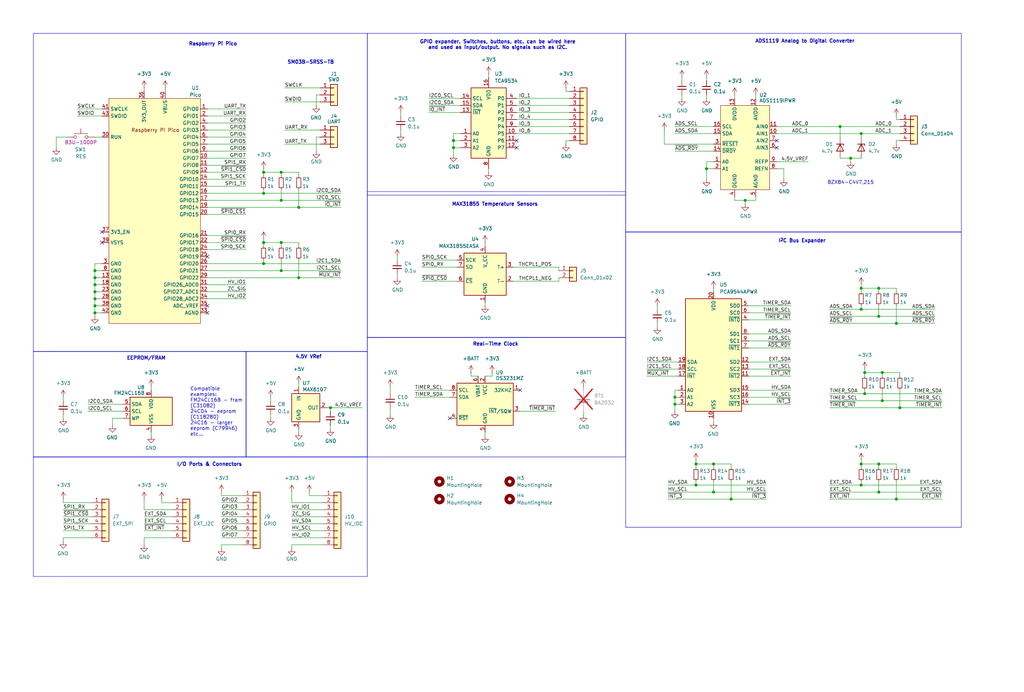
<source format=kicad_sch>
(kicad_sch (version 20231120) (generator "eeschema") (generator_version "8.0")
  (paper "User" 370 250)
  (title_block (title "Axis Control PCB") (date "2024-09-07") (rev "1") (comment 1 "Author: Meigs2"))
  (junction (at 101.6 87.63))
  (junction (at 323.85 180.34))
  (junction (at 312.42 134.62))
  (junction (at 269.24 72.39))
  (junction (at 317.5 114.3))
  (junction (at 311.15 175.26))
  (junction (at 317.5 167.64))
  (junction (at 163.83 50.8))
  (junction (at 95.25 69.85))
  (junction (at 34.29 110.49))
  (junction (at 303.53 45.72))
  (junction (at 317.5 177.8))
  (junction (at 107.95 74.93))
  (junction (at 251.46 167.64))
  (junction (at 95.25 87.63))
  (junction (at 34.29 97.79))
  (junction (at 318.77 144.78))
  (junction (at 101.6 62.23))
  (junction (at 311.15 167.64))
  (junction (at 243.84 146.05))
  (junction (at 312.42 142.24))
  (junction (at 325.12 147.32))
  (junction (at 251.46 175.26))
  (junction (at 323.85 116.84))
  (junction (at 34.29 107.95))
  (junction (at 307.34 57.15))
  (junction (at 107.95 100.33))
  (junction (at 317.5 104.14))
  (junction (at 311.15 48.26))
  (junction (at 311.15 104.14))
  (junction (at 264.16 180.34))
  (junction (at 119.38 147.32))
  (junction (at 318.77 134.62))
  (junction (at 34.29 105.41))
  (junction (at 255.27 60.96))
  (junction (at 34.29 100.33))
  (junction (at 257.81 177.8))
  (junction (at 257.81 167.64))
  (junction (at 101.6 72.39))
  (junction (at 311.15 111.76))
  (junction (at 95.25 95.25))
  (junction (at 243.84 143.51))
  (junction (at 34.29 113.03))
  (junction (at 34.29 102.87))
  (junction (at 95.25 62.23))
  (junction (at 163.83 53.34))
  (junction (at 101.6 97.79))
  (no_connect (at 74.93 92.71))
  (no_connect (at 280.67 53.34))
  (no_connect (at 36.83 83.82))
  (no_connect (at 280.67 50.8))
  (no_connect (at 186.69 53.34))
  (no_connect (at 74.93 113.03))
  (no_connect (at 36.83 87.63))
  (no_connect (at 162.56 151.13))
  (no_connect (at 186.69 50.8))
  (no_connect (at 187.96 140.97))
  (no_connect (at 74.93 110.49))
  (wire (pts (xy 34.29 49.53) (xy 36.83 49.53)))
  (wire (pts (xy 177.8 135.89) (xy 175.26 135.89)))
  (wire (pts (xy 285.75 120.65) (xy 270.51 120.65)))
  (wire (pts (xy 163.83 48.26) (xy 163.83 50.8)))
  (wire (pts (xy 245.11 143.51) (xy 243.84 143.51)))
  (wire (pts (xy 152.4 93.98) (xy 165.1 93.98)))
  (wire (pts (xy 311.15 168.91) (xy 311.15 167.64)))
  (wire (pts (xy 52.07 186.69) (xy 62.23 186.69)))
  (wire (pts (xy 152.4 101.6) (xy 165.1 101.6)))
  (wire (pts (xy 255.27 60.96) (xy 255.27 64.77)))
  (wire (pts (xy 241.3 177.8) (xy 257.81 177.8)))
  (wire (pts (xy 74.93 54.61) (xy 88.9 54.61)))
  (wire (pts (xy 204.47 50.8) (xy 205.74 50.8)))
  (wire (pts (xy 87.63 189.23) (xy 80.01 189.23)))
  (wire (pts (xy 52.07 189.23) (xy 62.23 189.23)))
  (wire (pts (xy 114.3 34.29) (xy 115.57 34.29)))
  (wire (pts (xy 245.11 146.05) (xy 243.84 146.05)))
  (wire (pts (xy 318.77 134.62) (xy 318.77 135.89)))
  (wire (pts (xy 119.38 153.67) (xy 119.38 154.94)))
  (wire (pts (xy 105.41 184.15) (xy 116.84 184.15)))
  (wire (pts (xy 119.38 147.32) (xy 119.38 148.59)))
  (wire (pts (xy 105.41 194.31) (xy 116.84 194.31)))
  (wire (pts (xy 22.86 194.31) (xy 22.86 195.58)))
  (wire (pts (xy 299.72 144.78) (xy 318.77 144.78)))
  (wire (pts (xy 74.93 59.69) (xy 88.9 59.69)))
  (wire (pts (xy 241.3 175.26) (xy 251.46 175.26)))
  (wire (pts (xy 54.61 139.7) (xy 54.61 140.97)))
  (wire (pts (xy 74.93 62.23) (xy 88.9 62.23)))
  (wire (pts (xy 323.85 116.84) (xy 323.85 110.49)))
  (wire (pts (xy 74.93 52.07) (xy 88.9 52.07)))
  (wire (pts (xy 80.01 196.85) (xy 80.01 198.12)))
  (wire (pts (xy 175.26 87.63) (xy 175.26 88.9)))
  (wire (pts (xy 299.72 142.24) (xy 312.42 142.24)))
  (wire (pts (xy 114.3 38.1) (xy 114.3 34.29)))
  (wire (pts (xy 105.41 191.77) (xy 116.84 191.77)))
  (wire (pts (xy 270.51 125.73) (xy 285.75 125.73)))
  (wire (pts (xy 323.85 168.91) (xy 323.85 167.64)))
  (wire (pts (xy 166.37 48.26) (xy 163.83 48.26)))
  (wire (pts (xy 257.81 177.8) (xy 276.86 177.8)))
  (wire (pts (xy 95.25 69.85) (xy 95.25 68.58)))
  (wire (pts (xy 95.25 69.85) (xy 123.19 69.85)))
  (wire (pts (xy 107.95 74.93) (xy 107.95 68.58)))
  (wire (pts (xy 87.63 181.61) (xy 80.01 181.61)))
  (wire (pts (xy 270.51 130.81) (xy 285.75 130.81)))
  (wire (pts (xy 34.29 107.95) (xy 34.29 110.49)))
  (wire (pts (xy 74.93 95.25) (xy 95.25 95.25)))
  (wire (pts (xy 312.42 142.24) (xy 312.42 140.97)))
  (wire (pts (xy 311.15 105.41) (xy 311.15 104.14)))
  (wire (pts (xy 27.94 39.37) (xy 36.83 39.37)))
  (wire (pts (xy 74.93 41.91) (xy 88.9 41.91)))
  (wire (pts (xy 245.11 140.97) (xy 243.84 140.97)))
  (wire (pts (xy 95.25 86.36) (xy 95.25 87.63)))
  (wire (pts (xy 80.01 177.8) (xy 80.01 179.07)))
  (wire (pts (xy 154.94 40.64) (xy 166.37 40.64)))
  (wire (pts (xy 299.72 147.32) (xy 325.12 147.32)))
  (wire (pts (xy 34.29 100.33) (xy 36.83 100.33)))
  (wire (pts (xy 246.38 34.29) (xy 246.38 35.56)))
  (wire (pts (xy 176.53 60.96) (xy 176.53 62.23)))
  (wire (pts (xy 74.93 67.31) (xy 88.9 67.31)))
  (wire (pts (xy 186.69 35.56) (xy 205.74 35.56)))
  (wire (pts (xy 251.46 167.64) (xy 257.81 167.64)))
  (wire (pts (xy 265.43 72.39) (xy 269.24 72.39)))
  (wire (pts (xy 170.18 135.89) (xy 172.72 135.89)))
  (wire (pts (xy 311.15 48.26) (xy 325.12 48.26)))
  (wire (pts (xy 311.15 175.26) (xy 311.15 173.99)))
  (wire (pts (xy 74.93 49.53) (xy 88.9 49.53)))
  (wire (pts (xy 204.47 33.02) (xy 205.74 33.02)))
  (wire (pts (xy 107.95 100.33) (xy 107.95 93.98)))
  (wire (pts (xy 149.86 143.51) (xy 162.56 143.51)))
  (wire (pts (xy 74.93 57.15) (xy 88.9 57.15)))
  (wire (pts (xy 318.77 144.78) (xy 318.77 140.97)))
  (wire (pts (xy 243.84 140.97) (xy 243.84 143.51)))
  (wire (pts (xy 251.46 166.37) (xy 251.46 167.64)))
  (wire (pts (xy 177.8 134.62) (xy 177.8 135.89)))
  (wire (pts (xy 237.49 116.84) (xy 237.49 118.11)))
  (wire (pts (xy 264.16 173.99) (xy 264.16 180.34)))
  (wire (pts (xy 102.87 31.75) (xy 115.57 31.75)))
  (wire (pts (xy 318.77 134.62) (xy 325.12 134.62)))
  (wire (pts (xy 204.47 52.07) (xy 204.47 50.8)))
  (wire (pts (xy 101.6 97.79) (xy 101.6 93.98)))
  (wire (pts (xy 95.25 88.9) (xy 95.25 87.63)))
  (wire (pts (xy 74.93 72.39) (xy 101.6 72.39)))
  (wire (pts (xy 74.93 44.45) (xy 88.9 44.45)))
  (wire (pts (xy 107.95 88.9) (xy 107.95 87.63)))
  (wire (pts (xy 299.72 116.84) (xy 323.85 116.84)))
  (wire (pts (xy 255.27 34.29) (xy 255.27 35.56)))
  (wire (pts (xy 303.53 45.72) (xy 325.12 45.72)))
  (wire (pts (xy 311.15 167.64) (xy 317.5 167.64)))
  (wire (pts (xy 144.78 46.99) (xy 144.78 48.26)))
  (wire (pts (xy 101.6 87.63) (xy 107.95 87.63)))
  (wire (pts (xy 187.96 148.59) (xy 200.66 148.59)))
  (wire (pts (xy 186.69 38.1) (xy 205.74 38.1)))
  (wire (pts (xy 264.16 180.34) (xy 276.86 180.34)))
  (wire (pts (xy 299.72 180.34) (xy 323.85 180.34)))
  (wire (pts (xy 34.29 102.87) (xy 36.83 102.87)))
  (wire (pts (xy 269.24 73.66) (xy 269.24 72.39)))
  (wire (pts (xy 87.63 191.77) (xy 80.01 191.77)))
  (wire (pts (xy 74.93 107.95) (xy 88.9 107.95)))
  (wire (pts (xy 251.46 168.91) (xy 251.46 167.64)))
  (wire (pts (xy 243.84 45.72) (xy 257.81 45.72)))
  (wire (pts (xy 36.83 113.03) (xy 34.29 113.03)))
  (wire (pts (xy 273.05 72.39) (xy 269.24 72.39)))
  (wire (pts (xy 152.4 96.52) (xy 165.1 96.52)))
  (wire (pts (xy 52.07 194.31) (xy 52.07 196.85)))
  (wire (pts (xy 185.42 96.52) (xy 201.93 96.52)))
  (wire (pts (xy 74.93 97.79) (xy 101.6 97.79)))
  (wire (pts (xy 101.6 87.63) (xy 101.6 88.9)))
  (wire (pts (xy 74.93 74.93) (xy 107.95 74.93)))
  (wire (pts (xy 240.03 52.07) (xy 240.03 46.99)))
  (wire (pts (xy 176.53 26.67) (xy 176.53 27.94)))
  (wire (pts (xy 257.81 60.96) (xy 255.27 60.96)))
  (wire (pts (xy 143.51 92.71) (xy 143.51 93.98)))
  (wire (pts (xy 20.32 49.53) (xy 20.32 53.34)))
  (wire (pts (xy 237.49 110.49) (xy 237.49 111.76)))
  (wire (pts (xy 95.25 95.25) (xy 95.25 93.98)))
  (wire (pts (xy 273.05 71.12) (xy 273.05 72.39)))
  (wire (pts (xy 154.94 35.56) (xy 166.37 35.56)))
  (wire (pts (xy 105.41 181.61) (xy 116.84 181.61)))
  (wire (pts (xy 233.68 133.35) (xy 245.11 133.35)))
  (wire (pts (xy 31.75 148.59) (xy 44.45 148.59)))
  (wire (pts (xy 97.79 143.51) (xy 97.79 144.78)))
  (wire (pts (xy 44.45 151.13) (xy 40.64 151.13)))
  (wire (pts (xy 257.81 58.42) (xy 255.27 58.42)))
  (wire (pts (xy 95.25 63.5) (xy 95.25 62.23)))
  (wire (pts (xy 280.67 45.72) (xy 303.53 45.72)))
  (wire (pts (xy 74.93 100.33) (xy 107.95 100.33)))
  (wire (pts (xy 34.29 105.41) (xy 34.29 107.95)))
  (wire (pts (xy 312.42 135.89) (xy 312.42 134.62)))
  (wire (pts (xy 317.5 104.14) (xy 317.5 105.41)))
  (wire (pts (xy 325.12 147.32) (xy 325.12 140.97)))
  (wire (pts (xy 175.26 109.22) (xy 175.26 110.49)))
  (wire (pts (xy 31.75 146.05) (xy 44.45 146.05)))
  (wire (pts (xy 107.95 154.94) (xy 107.95 156.21)))
  (wire (pts (xy 52.07 184.15) (xy 62.23 184.15)))
  (wire (pts (xy 311.15 175.26) (xy 340.36 175.26)))
  (wire (pts (xy 243.84 48.26) (xy 257.81 48.26)))
  (wire (pts (xy 59.69 31.75) (xy 59.69 33.02)))
  (wire (pts (xy 311.15 102.87) (xy 311.15 104.14)))
  (wire (pts (xy 243.84 146.05) (xy 243.84 148.59)))
  (wire (pts (xy 36.83 95.25) (xy 34.29 95.25)))
  (wire (pts (xy 280.67 60.96) (xy 283.21 60.96)))
  (wire (pts (xy 299.72 175.26) (xy 311.15 175.26)))
  (wire (pts (xy 323.85 50.8) (xy 325.12 50.8)))
  (wire (pts (xy 105.41 177.8) (xy 105.41 181.61)))
  (wire (pts (xy 255.27 27.94) (xy 255.27 29.21)))
  (wire (pts (xy 265.43 34.29) (xy 265.43 35.56)))
  (wire (pts (xy 257.81 167.64) (xy 257.81 168.91)))
  (wire (pts (xy 74.93 105.41) (xy 88.9 105.41)))
  (wire (pts (xy 107.95 138.43) (xy 107.95 139.7)))
  (wire (pts (xy 34.29 97.79) (xy 34.29 100.33)))
  (wire (pts (xy 105.41 189.23) (xy 116.84 189.23)))
  (wire (pts (xy 210.82 139.7) (xy 210.82 140.97)))
  (wire (pts (xy 22.86 180.34) (xy 22.86 181.61)))
  (wire (pts (xy 107.95 100.33) (xy 123.19 100.33)))
  (wire (pts (xy 105.41 186.69) (xy 116.84 186.69)))
  (wire (pts (xy 201.93 97.79) (xy 201.93 96.52)))
  (wire (pts (xy 311.15 111.76) (xy 311.15 110.49)))
  (wire (pts (xy 243.84 143.51) (xy 243.84 146.05)))
  (wire (pts (xy 144.78 40.64) (xy 144.78 41.91)))
  (wire (pts (xy 317.5 177.8) (xy 317.5 173.99)))
  (wire (pts (xy 280.67 48.26) (xy 311.15 48.26)))
  (wire (pts (xy 233.68 130.81) (xy 245.11 130.81)))
  (wire (pts (xy 307.34 57.15) (xy 311.15 57.15)))
  (wire (pts (xy 62.23 194.31) (xy 52.07 194.31)))
  (wire (pts (xy 80.01 179.07) (xy 87.63 179.07)))
  (wire (pts (xy 95.25 62.23) (xy 101.6 62.23)))
  (wire (pts (xy 311.15 104.14) (xy 317.5 104.14)))
  (wire (pts (xy 241.3 180.34) (xy 264.16 180.34)))
  (wire (pts (xy 265.43 71.12) (xy 265.43 72.39)))
  (wire (pts (xy 107.95 74.93) (xy 123.19 74.93)))
  (wire (pts (xy 143.51 99.06) (xy 143.51 100.33)))
  (wire (pts (xy 74.93 69.85) (xy 95.25 69.85)))
  (wire (pts (xy 299.72 111.76) (xy 311.15 111.76)))
  (wire (pts (xy 24.13 49.53) (xy 20.32 49.53)))
  (wire (pts (xy 87.63 194.31) (xy 80.01 194.31)))
  (wire (pts (xy 317.5 114.3) (xy 317.5 110.49)))
  (wire (pts (xy 119.38 147.32) (xy 130.81 147.32)))
  (wire (pts (xy 140.97 147.32) (xy 140.97 149.86)))
  (wire (pts (xy 105.41 198.12) (xy 105.41 196.85)))
  (wire (pts (xy 285.75 140.97) (xy 270.51 140.97)))
  (wire (pts (xy 317.5 177.8) (xy 340.36 177.8)))
  (wire (pts (xy 27.94 41.91) (xy 36.83 41.91)))
  (wire (pts (xy 210.82 148.59) (xy 210.82 149.86)))
  (wire (pts (xy 34.29 100.33) (xy 34.29 102.87)))
  (wire (pts (xy 186.69 40.64) (xy 205.74 40.64)))
  (wire (pts (xy 22.86 143.51) (xy 22.86 144.78)))
  (wire (pts (xy 95.25 95.25) (xy 123.19 95.25)))
  (wire (pts (xy 74.93 87.63) (xy 88.9 87.63)))
  (wire (pts (xy 257.81 104.14) (xy 257.81 105.41)))
  (wire (pts (xy 312.42 133.35) (xy 312.42 134.62)))
  (wire (pts (xy 285.75 113.03) (xy 270.51 113.03)))
  (wire (pts (xy 270.51 133.35) (xy 285.75 133.35)))
  (wire (pts (xy 102.87 52.07) (xy 115.57 52.07)))
  (wire (pts (xy 255.27 58.42) (xy 255.27 60.96)))
  (wire (pts (xy 299.72 114.3) (xy 317.5 114.3)))
  (wire (pts (xy 251.46 175.26) (xy 251.46 173.99)))
  (wire (pts (xy 317.5 114.3) (xy 337.82 114.3)))
  (wire (pts (xy 87.63 196.85) (xy 80.01 196.85)))
  (wire (pts (xy 264.16 168.91) (xy 264.16 167.64)))
  (wire (pts (xy 34.29 110.49) (xy 34.29 113.03)))
  (wire (pts (xy 34.29 102.87) (xy 34.29 105.41)))
  (wire (pts (xy 240.03 52.07) (xy 257.81 52.07)))
  (wire (pts (xy 311.15 111.76) (xy 337.82 111.76)))
  (wire (pts (xy 140.97 139.7) (xy 140.97 142.24)))
  (wire (pts (xy 186.69 43.18) (xy 205.74 43.18)))
  (wire (pts (xy 74.93 46.99) (xy 88.9 46.99)))
  (wire (pts (xy 101.6 72.39) (xy 123.19 72.39)))
  (wire (pts (xy 257.81 151.13) (xy 257.81 152.4)))
  (wire (pts (xy 323.85 105.41) (xy 323.85 104.14)))
  (wire (pts (xy 311.15 49.53) (xy 311.15 48.26)))
  (wire (pts (xy 317.5 167.64) (xy 317.5 168.91)))
  (wire (pts (xy 87.63 184.15) (xy 80.01 184.15)))
  (wire (pts (xy 317.5 167.64) (xy 323.85 167.64)))
  (wire (pts (xy 22.86 191.77) (xy 33.02 191.77)))
  (wire (pts (xy 285.75 143.51) (xy 270.51 143.51)))
  (wire (pts (xy 251.46 175.26) (xy 276.86 175.26)))
  (wire (pts (xy 154.94 38.1) (xy 166.37 38.1)))
  (wire (pts (xy 323.85 180.34) (xy 340.36 180.34)))
  (wire (pts (xy 74.93 64.77) (xy 88.9 64.77)))
  (wire (pts (xy 74.93 39.37) (xy 88.9 39.37)))
  (wire (pts (xy 317.5 104.14) (xy 323.85 104.14)))
  (wire (pts (xy 273.05 34.29) (xy 273.05 35.56)))
  (wire (pts (xy 323.85 52.07) (xy 323.85 50.8)))
  (wire (pts (xy 58.42 180.34) (xy 58.42 181.61)))
  (wire (pts (xy 185.42 101.6) (xy 201.93 101.6)))
  (wire (pts (xy 52.07 180.34) (xy 52.07 184.15)))
  (wire (pts (xy 95.25 87.63) (xy 101.6 87.63)))
  (wire (pts (xy 325.12 135.89) (xy 325.12 134.62)))
  (wire (pts (xy 264.16 167.64) (xy 257.81 167.64)))
  (wire (pts (xy 34.29 110.49) (xy 36.83 110.49)))
  (wire (pts (xy 52.07 191.77) (xy 62.23 191.77)))
  (wire (pts (xy 118.11 147.32) (xy 119.38 147.32)))
  (wire (pts (xy 34.29 107.95) (xy 36.83 107.95)))
  (wire (pts (xy 163.83 53.34) (xy 163.83 55.88)))
  (wire (pts (xy 318.77 144.78) (xy 340.36 144.78)))
  (wire (pts (xy 311.15 166.37) (xy 311.15 167.64)))
  (wire (pts (xy 163.83 53.34) (xy 166.37 53.34)))
  (wire (pts (xy 34.29 95.25) (xy 34.29 97.79)))
  (wire (pts (xy 74.93 85.09) (xy 88.9 85.09)))
  (wire (pts (xy 175.26 156.21) (xy 175.26 157.48)))
  (wire (pts (xy 101.6 97.79) (xy 123.19 97.79)))
  (wire (pts (xy 299.72 177.8) (xy 317.5 177.8)))
  (wire (pts (xy 323.85 116.84) (xy 337.82 116.84)))
  (wire (pts (xy 114.3 54.61) (xy 114.3 49.53)))
  (wire (pts (xy 101.6 72.39) (xy 101.6 68.58)))
  (wire (pts (xy 285.75 123.19) (xy 270.51 123.19)))
  (wire (pts (xy 22.86 189.23) (xy 33.02 189.23)))
  (wire (pts (xy 204.47 31.75) (xy 204.47 33.02)))
  (wire (pts (xy 52.07 31.75) (xy 52.07 33.02)))
  (wire (pts (xy 107.95 63.5) (xy 107.95 62.23)))
  (wire (pts (xy 201.93 100.33) (xy 201.93 101.6)))
  (wire (pts (xy 246.38 27.94) (xy 246.38 29.21)))
  (wire (pts (xy 166.37 50.8) (xy 163.83 50.8)))
  (wire (pts (xy 97.79 149.86) (xy 97.79 151.13)))
  (wire (pts (xy 87.63 186.69) (xy 80.01 186.69)))
  (wire (pts (xy 101.6 62.23) (xy 101.6 63.5)))
  (wire (pts (xy 95.25 60.96) (xy 95.25 62.23)))
  (wire (pts (xy 280.67 58.42) (xy 292.1 58.42)))
  (wire (pts (xy 323.85 43.18) (xy 325.12 43.18)))
  (wire (pts (xy 307.34 58.42) (xy 307.34 57.15)))
  (wire (pts (xy 34.29 105.41) (xy 36.83 105.41)))
  (wire (pts (xy 22.86 149.86) (xy 22.86 151.13)))
  (wire (pts (xy 170.18 134.62) (xy 170.18 135.89)))
  (wire (pts (xy 257.81 177.8) (xy 257.81 173.99)))
  (wire (pts (xy 283.21 60.96) (xy 283.21 64.77)))
  (wire (pts (xy 323.85 180.34) (xy 323.85 173.99)))
  (wire (pts (xy 22.86 184.15) (xy 33.02 184.15)))
  (wire (pts (xy 325.12 147.32) (xy 340.36 147.32)))
  (wire (pts (xy 323.85 43.18) (xy 323.85 41.91)))
  (wire (pts (xy 163.83 50.8) (xy 163.83 53.34)))
  (wire (pts (xy 303.53 57.15) (xy 307.34 57.15)))
  (wire (pts (xy 40.64 151.13) (xy 40.64 153.67)))
  (wire (pts (xy 270.51 135.89) (xy 285.75 135.89)))
  (wire (pts (xy 270.51 115.57) (xy 285.75 115.57)))
  (wire (pts (xy 58.42 181.61) (xy 62.23 181.61)))
  (wire (pts (xy 101.6 62.23) (xy 107.95 62.23)))
  (wire (pts (xy 105.41 196.85) (xy 116.84 196.85)))
  (wire (pts (xy 186.69 45.72) (xy 205.74 45.72)))
  (wire (pts (xy 114.3 49.53) (xy 115.57 49.53)))
  (wire (pts (xy 74.93 90.17) (xy 88.9 90.17)))
  (wire (pts (xy 312.42 134.62) (xy 318.77 134.62)))
  (wire (pts (xy 74.93 102.87) (xy 88.9 102.87)))
  (wire (pts (xy 34.29 113.03) (xy 34.29 114.3)))
  (wire (pts (xy 186.69 48.26) (xy 205.74 48.26)))
  (wire (pts (xy 22.86 181.61) (xy 33.02 181.61)))
  (wire (pts (xy 34.29 97.79) (xy 36.83 97.79)))
  (wire (pts (xy 270.51 146.05) (xy 285.75 146.05)))
  (wire (pts (xy 102.87 36.83) (xy 115.57 36.83)))
  (wire (pts (xy 111.76 177.8) (xy 111.76 179.07)))
  (wire (pts (xy 303.53 45.72) (xy 303.53 49.53)))
  (wire (pts (xy 149.86 140.97) (xy 162.56 140.97)))
  (wire (pts (xy 243.84 54.61) (xy 257.81 54.61)))
  (wire (pts (xy 312.42 142.24) (xy 340.36 142.24)))
  (wire (pts (xy 33.02 194.31) (xy 22.86 194.31)))
  (wire (pts (xy 111.76 179.07) (xy 116.84 179.07)))
  (wire (pts (xy 285.75 110.49) (xy 270.51 110.49)))
  (wire (pts (xy 233.68 135.89) (xy 245.11 135.89)))
  (wire (pts (xy 102.87 46.99) (xy 115.57 46.99)))
  (wire (pts (xy 54.61 156.21) (xy 54.61 157.48)))
  (wire (pts (xy 22.86 186.69) (xy 33.02 186.69)))
  (wire (pts (xy 74.93 77.47) (xy 88.9 77.47)))
  (rectangle (start 226.06 12.065) (end 347.345 83.82))
  (rectangle (start 132.715 121.92) (end 226.06 165.1))
  (rectangle (start 132.715 12.065) (end 226.06 70.485))
  (rectangle (start 88.9 127) (end 132.715 165.1))
  (rectangle (start 12.065 165.1) (end 132.715 208.28))
  (rectangle (start 226.06 83.82) (end 347.345 190.5))
  (rectangle (start 12.065 12.065) (end 132.715 127))
  (rectangle (start 12.065 127) (end 88.9 165.1))
  (rectangle (start 132.715 69.215) (end 226.06 121.92))
  (text "BZX84-C4V7,215" (at 307.34 66.04 0) (effects (font (size 1.27 1.27))))
  (text "I^{2}C Bus Expander" (at 289.814 86.36 0) (effects (font (size 1.27 1.27) (thickness 0.254) (bold yes)) (justify top)))
  (text "I/O Ports & Connectors" (at 75.692 167.132 0) (effects (font (size 1.27 1.27) (thickness 0.254) (bold yes)) (justify top)))
  (text "Raspberry Pi Pico" (at 76.962 15.24 0) (effects (font (size 1.27 1.27) (thickness 0.254) (bold yes)) (justify top)))
  (text "Compatible\nexamples:\nFM24CL16B - fram\n(C31082)\n24C04 - eeprom\n(C118280)\n24C16 - larger\neeprom (C79946)\netc..." (at 68.707 157.734 0) (effects (font (size 1.27 1.27)) (justify left bottom)))
  (text "EEPROM/FRAM" (at 52.832 128.778 0) (effects (font (size 1.27 1.27) (thickness 0.254) (bold yes)) (justify top)))
  (text "ADS1119 Analog to Digital Converter" (at 290.83 14.224 0) (effects (font (size 1.27 1.27) (thickness 0.254) (bold yes)) (justify top)))
  (text "Real-Time Clock" (at 179.07 123.698 0) (effects (font (size 1.27 1.27) (thickness 0.254) (bold yes)) (justify top)))
  (text "MAX31855 Temperature Sensors" (at 178.816 73.152 0) (effects (font (size 1.27 1.27) (thickness 0.254) (bold yes)) (justify top)))
  (text "GPIO expander. Switches, buttons, etc. can be wired here\nand used as input/output. No signals such as I2C." (at 179.832 14.478 0) (effects (font (size 1.27 1.27) (thickness 0.254) (bold yes)) (justify top)))
  (text "4.5V VRef" (at 111.506 128.27 0) (effects (font (size 1.27 1.27) (thickness 0.254) (bold yes)) (justify top)))
  (text "SM03B-SRSS-TB" (at 112.268 21.844 0) (effects (font (size 1.27 1.27) (thickness 0.254) (bold yes)) (justify top)))
  (label "~{TIMER_INT}" (at 200.66 148.59 180))
  (label "IO_2" (at 191.77 38.1 180))
  (label "IO_5" (at 191.77 45.72 180))
  (label "SPI1_RX" (at 22.86 184.15 0))
  (label "~{EXT_INT}" (at 340.36 180.34 180))
  (label "~{ADS_RDY}" (at 337.82 116.84 180))
  (label "ADS_SDA" (at 299.72 111.76 0))
  (label "SPI0_RX" (at 88.9 85.09 180))
  (label "4.5V_VREF" (at 292.1 58.42 180))
  (label "HV_SCL" (at 276.86 177.8 180))
  (label "SPI0_SCK" (at 152.4 93.98 0))
  (label "SPI1_TX" (at 22.86 191.77 0))
  (label "THCPL1_NEG" (at 199.39 101.6 180))
  (label "ADS_SDA" (at 337.82 111.76 180))
  (label "I2C0_SDA" (at 154.94 38.1 0))
  (label "~{ADS_RDY}" (at 299.72 116.84 0))
  (label "ADS_SDA" (at 243.84 48.26 0))
  (label "~{SPI0_CS0}" (at 152.4 101.6 0))
  (label "~{ADS_RDY}" (at 285.75 125.73 180))
  (label "I2C1_SDA" (at 233.68 130.81 0))
  (label "SPI1_RX" (at 88.9 59.69 180))
  (label "ZC_SIG" (at 88.9 105.41 180))
  (label "SWCLK" (at 27.94 39.37 0))
  (label "ADS_SCL" (at 243.84 45.72 0))
  (label "GPIO5" (at 88.9 52.07 180))
  (label "GPIO7" (at 80.01 194.31 0))
  (label "~{MUX_INT}" (at 233.68 135.89 0))
  (label "EXT_SDA" (at 52.07 186.69 0))
  (label "GPIO4" (at 80.01 186.69 0))
  (label "SPI0_SCK" (at 88.9 90.17 180))
  (label "HV_SCL" (at 105.41 191.77 0))
  (label "ADC_0" (at 316.23 45.72 0))
  (label "~{ADS_RDY}" (at 243.84 54.61 0))
  (label "I2C0_SCL" (at 154.94 35.56 0))
  (label "IO_6" (at 191.77 48.26 180))
  (label "HV_SDA" (at 276.86 175.26 180))
  (label "~{TIMER_INT}" (at 340.36 147.32 180))
  (label "SWDIO" (at 102.87 36.83 0))
  (label "GPIO7" (at 88.9 57.15 180))
  (label "ADS_SCL" (at 337.82 114.3 180))
  (label "GPIO6" (at 88.9 54.61 180))
  (label "HV_SDA" (at 241.3 175.26 0))
  (label "~{SPI1_CS0}" (at 88.9 62.23 180))
  (label "~{IO_INT}" (at 154.94 40.64 0))
  (label "GPIO5" (at 80.01 189.23 0))
  (label "EXT_SCL" (at 299.72 177.8 0))
  (label "TIMER_SDA" (at 285.75 110.49 180))
  (label "IO_4" (at 191.77 43.18 180))
  (label "GPIO4" (at 88.9 49.53 180))
  (label "TIMER_SCL" (at 340.36 144.78 180))
  (label "~{INT_3}" (at 285.75 146.05 180))
  (label "IO_1" (at 191.77 35.56 180))
  (label "HV_SCL" (at 241.3 177.8 0))
  (label "TIMER_SCL" (at 285.75 113.03 180))
  (label "~{IO_INT}" (at 123.19 74.93 180))
  (label "~{INT_3}" (at 276.86 180.34 180))
  (label "~{INT_3}" (at 241.3 180.34 0))
  (label "UART_TX" (at 102.87 52.07 0))
  (label "ADS_SCL" (at 299.72 114.3 0))
  (label "~{SPI1_CS0}" (at 22.86 186.69 0))
  (label "4.5V_VREF" (at 130.81 147.32 180))
  (label "I2C0_SDA" (at 123.19 69.85 180))
  (label "ADS_SCL" (at 285.75 123.19 180))
  (label "EXT_SCL" (at 285.75 133.35 180))
  (label "ADS_SDA" (at 285.75 120.65 180))
  (label "SPI1_TX" (at 88.9 67.31 180))
  (label "I2C0_SCL" (at 123.19 72.39 180))
  (label "HV_IO2" (at 88.9 107.95 180))
  (label "UART_RX" (at 102.87 46.99 0))
  (label "~{SPI0_CS0}" (at 88.9 87.63 180))
  (label "I2C1_SCL" (at 233.68 133.35 0))
  (label "~{EXT_INT}" (at 52.07 191.77 0))
  (label "IO_3" (at 191.77 40.64 180))
  (label "HV_SCL" (at 285.75 143.51 180))
  (label "SPI1_SCK" (at 88.9 64.77 180))
  (label "I2C1_SDA" (at 123.19 95.25 180))
  (label "SWDIO" (at 27.94 41.91 0))
  (label "HV_IO1" (at 88.9 102.87 180))
  (label "TIMER_SDA" (at 299.72 142.24 0))
  (label "HV_SDA" (at 105.41 189.23 0))
  (label "HV_IO2" (at 105.41 194.31 0))
  (label "EXT_SCL" (at 340.36 177.8 180))
  (label "ADC_0" (at 292.1 45.72 180))
  (label "TIMER_SDA" (at 340.36 142.24 180))
  (label "~{TIMER_INT}" (at 299.72 147.32 0))
  (label "GPIO2" (at 88.9 44.45 180))
  (label "~{SPI0_CS1}" (at 88.9 77.47 180))
  (label "I2C1_SCL" (at 123.19 97.79 180))
  (label "I2C0_SCL" (at 31.75 148.59 0))
  (label "~{TIMER_INT}" (at 285.75 115.57 180))
  (label "EXT_SDA" (at 340.36 175.26 180))
  (label "HV_IO1" (at 105.41 184.15 0))
  (label "ZC_SIG" (at 105.41 186.69 0))
  (label "GPIO3" (at 80.01 184.15 0))
  (label "GPIO6" (at 80.01 191.77 0))
  (label "ADC_1" (at 316.23 48.26 0))
  (label "EXT_SCL" (at 52.07 189.23 0))
  (label "SPI1_SCK" (at 22.86 189.23 0))
  (label "TIMER_SCL" (at 149.86 140.97 0))
  (label "ADC_1" (at 292.1 48.26 180))
  (label "HV_SDA" (at 285.75 140.97 180))
  (label "~{EXT_INT}" (at 299.72 180.34 0))
  (label "~{EXT_INT}" (at 285.75 135.89 180))
  (label "EXT_SDA" (at 285.75 130.81 180))
  (label "THCPL1_POS" (at 199.39 96.52 180))
  (label "TIMER_SDA" (at 149.86 143.51 0))
  (label "~{MUX_INT}" (at 123.19 100.33 180))
  (label "SPI0_RX" (at 152.4 96.52 0))
  (label "EXT_SDA" (at 299.72 175.26 0))
  (label "GPIO3" (at 88.9 46.99 180))
  (label "I2C0_SDA" (at 31.75 146.05 0))
  (label "TIMER_SCL" (at 299.72 144.78 0))
  (label "GPIO2" (at 80.01 181.61 0))
  (label "UART_TX" (at 88.9 39.37 180))
  (label "UART_RX" (at 88.9 41.91 180))
  (label "SWCLK" (at 102.87 31.75 0))
  (symbol (lib_id "power:GND") (at 243.84 148.59 0) (mirror y) (unit 1)
    (property "Reference" "#PWR045" (effects (hide yes)))
    (property "Value" "GND" (at 243.713 152.9842 0))
  )
  (symbol (lib_id "power:+5V") (at 111.76 177.8 0) (unit 1)
    (property "Reference" "#PWR058" (effects (hide yes)))
    (property "Value" "+5V" (at 111.76 172.72 0))
    (property "Description" "Power symbol creates a global label with name \"+5V\"" (effects (hide yes)))
  )
  (symbol (lib_id "Device:C_Small") (at 22.86 147.32 0) (unit 1)
    (property "Reference" "C7" (at 25.4 146.0562 0) (effects (justify left)))
    (property "Value" "0.1u" (at 25.4 148.5962 0) (effects (justify left)))
    (property "Footprint" "Capacitor_SMD:C_0402_1005Metric" (effects (hide yes)))
    (property "Description" "Unpolarized capacitor, small symbol" (effects (hide yes)))
  )
  (symbol (lib_id "Device:C_Small") (at 237.49 114.3 0) (unit 1)
    (property "Reference" "C5" (at 240.03 113.0362 0) (effects (justify left)))
    (property "Value" "0.1u" (at 240.03 115.5762 0) (effects (justify left)))
    (property "Footprint" "Capacitor_SMD:C_0402_1005Metric" (effects (hide yes)))
    (property "Description" "Unpolarized capacitor, small symbol" (effects (hide yes)))
  )
  (symbol (lib_id "Device:C_Small") (at 255.27 31.75 0) (unit 1)
    (property "Reference" "C2" (at 257.81 30.4862 0) (effects (justify left)))
    (property "Value" "0.1u" (at 257.81 33.0262 0) (effects (justify left)))
    (property "Footprint" "Capacitor_SMD:C_0402_1005Metric" (effects (hide yes)))
    (property "Description" "Unpolarized capacitor, small symbol" (effects (hide yes)))
  )
  (symbol (lib_id "power:GND") (at 257.81 152.4 0) (mirror y) (unit 1)
    (property "Reference" "#PWR048" (effects (hide yes)))
    (property "Value" "GND" (at 257.683 156.7942 0))
  )
  (symbol (lib_id "Reference_Voltage:MAX6107") (at 110.49 147.32 0) (unit 1)
    (property "Reference" "U7" (at 112.014 138.43 0) (effects (justify right)))
    (property "Value" "MAX6107" (at 118.11 140.716 0) (effects (justify right)))
    (property "Footprint" "Package_TO_SOT_SMD:SOT-23" (effects (hide yes)))
    (property "Datasheet" "http://datasheets.maximintegrated.com/en/ds/MAX6100-MAX6107.pdf" (effects (hide yes)))
    (property "Description" "Low-dropout high current voltage reference, 4.500V, ±0.4% accuracy, SOT-23" (effects (hide yes)))
  )
  (symbol (lib_id "power:GND") (at 107.95 156.21 0) (unit 1)
    (property "Reference" "#PWR052" (effects (hide yes)))
    (property "Value" "GND" (at 108.077 160.6042 0))
  )
  (symbol (lib_id "power:GND") (at 175.26 157.48 0) (unit 1)
    (property "Reference" "#PWR072" (effects (hide yes)))
    (property "Value" "GND" (at 175.387 161.8742 0))
  )
  (symbol (lib_id "Device:Battery_Cell") (at 210.82 146.05 0) (unit 1) (dnp yes)
    (property "Reference" "BT1" (at 214.63 142.9384 0) (effects (justify left)))
    (property "Value" "BA2032" (at 214.63 145.4784 0) (effects (justify left)))
    (property "Datasheet" "https://www.digikey.com/en/products/detail/mpd-memory-protection-devices/BU2032SM-BT-GTR/2439521" (effects (hide yes)))
    (property "Description" "Single-cell battery" (effects (hide yes)))
  )
  (symbol (lib_name "+3V3_1") (lib_id "power:+3V3") (at 143.51 92.71 0) (unit 1)
    (property "Reference" "#PWR029" (effects (hide yes)))
    (property "Value" "+3V3" (at 143.51 87.63 0))
    (property "Description" "Power symbol creates a global label with name \"+3V3\"" (effects (hide yes)))
  )
  (symbol (lib_id "power:+BATT") (at 210.82 139.7 0) (unit 1)
    (property "Reference" "#PWR065" (effects (hide yes)))
    (property "Value" "+BATT" (at 210.82 134.62 0))
    (property "Description" "Power symbol creates a global label with name \"+BATT\"" (effects (hide yes)))
  )
  (symbol (lib_id "Device:R_Small") (at 318.77 138.43 0) (unit 1)
    (property "Reference" "R11" (at 320.04 137.16 0) (effects (justify left)))
    (property "Value" "1k" (at 320.04 139.7 0) (effects (justify left)))
    (property "Footprint" "Resistor_SMD:R_0402_1005Metric" (effects (hide yes)))
    (property "Description" "Resistor, small symbol" (effects (hide yes)))
  )
  (symbol (lib_id "Connector_Generic:Conn_01x06") (at 67.31 186.69 0) (unit 1)
    (property "Reference" "J8" (at 69.85 186.6899 0) (effects (justify left)))
    (property "Value" "EXT_I2C" (at 69.85 189.2299 0) (effects (justify left)))
    (property "Footprint" "Connector_PinHeader_2.54mm:PinHeader_1x06_P2.54mm_Vertical" (effects (hide yes)))
    (property "Description" "Generic connector, single row, 01x06, script generated (kicad-library-utils/schlib/autogen/connector/)" (effects (hide yes)))
  )
  (symbol (lib_id "power:GND") (at 20.32 53.34 0) (unit 1)
    (property "Reference" "#PWR017" (effects (hide yes)))
    (property "Value" "GND" (at 20.447 57.7342 0))
  )
  (symbol (lib_id "Device:R_Small") (at 312.42 138.43 0) (unit 1)
    (property "Reference" "R10" (at 313.69 137.16 0) (effects (justify left)))
    (property "Value" "1k" (at 313.69 139.7 0) (effects (justify left)))
    (property "Footprint" "Resistor_SMD:R_0402_1005Metric" (effects (hide yes)))
    (property "Description" "Resistor, small symbol" (effects (hide yes)))
  )
  (symbol (lib_id "Device:R_Small") (at 311.15 171.45 0) (unit 1)
    (property "Reference" "R16" (at 312.42 170.18 0) (effects (justify left)))
    (property "Value" "1k" (at 312.42 172.72 0) (effects (justify left)))
    (property "Footprint" "Resistor_SMD:R_0402_1005Metric" (effects (hide yes)))
    (property "Description" "Resistor, small symbol" (effects (hide yes)))
  )
  (symbol (lib_id "Connector_Generic:Conn_01x06") (at 38.1 186.69 0) (unit 1)
    (property "Reference" "J7" (at 40.64 186.6899 0) (effects (justify left)))
    (property "Value" "EXT_SPI" (at 40.64 189.2299 0) (effects (justify left)))
    (property "Footprint" "Connector_PinHeader_2.54mm:PinHeader_1x06_P2.54mm_Vertical" (effects (hide yes)))
    (property "Description" "Generic connector, single row, 01x06, script generated (kicad-library-utils/schlib/autogen/connector/)" (effects (hide yes)))
  )
  (symbol (lib_id "power:GND") (at 140.97 149.86 0) (unit 1)
    (property "Reference" "#PWR066" (effects (hide yes)))
    (property "Value" "GND" (at 141.097 154.2542 0))
  )
  (symbol (lib_id "Device:C_Small") (at 246.38 31.75 0) (unit 1)
    (property "Reference" "C1" (at 248.92 30.4862 0) (effects (justify left)))
    (property "Value" "0.1u" (at 248.92 33.0262 0) (effects (justify left)))
    (property "Footprint" "Capacitor_SMD:C_0402_1005Metric" (effects (hide yes)))
    (property "Description" "Unpolarized capacitor, small symbol" (effects (hide yes)))
  )
  (symbol (lib_id "power:+5V") (at 97.79 143.51 0) (unit 1)
    (property "Reference" "#PWR043" (effects (hide yes)))
    (property "Value" "+5V" (at 97.79 138.43 0))
    (property "Description" "Power symbol creates a global label with name \"+5V\"" (effects (hide yes)))
  )
  (symbol (lib_id "power:+3V3") (at 54.61 139.7 0) (mirror y) (unit 1)
    (property "Reference" "#PWR041" (effects (hide yes)))
    (property "Value" "+3V3" (at 54.61 134.62 0))
  )
  (symbol (lib_name "+3V3_1") (lib_id "power:+3V3") (at 52.07 180.34 0) (unit 1)
    (property "Reference" "#PWR062" (effects (hide yes)))
    (property "Value" "+3V3" (at 52.07 175.26 0))
    (property "Description" "Power symbol creates a global label with name \"+3V3\"" (effects (hide yes)))
  )
  (symbol (lib_id "power:GND") (at 114.3 54.61 0) (unit 1)
    (property "Reference" "#PWR018" (effects (hide yes)))
    (property "Value" "GND" (at 114.3 58.42 0))
  )
  (symbol (lib_id "Device:R_Small") (at 107.95 91.44 0) (unit 1)
    (property "Reference" "R6" (at 109.22 90.17 0) (effects (justify left)))
    (property "Value" "1k" (at 109.22 92.71 0) (effects (justify left)))
    (property "Footprint" "Resistor_SMD:R_0402_1005Metric" (effects (hide yes)))
    (property "Description" "Resistor, small symbol" (effects (hide yes)))
  )
  (symbol (lib_id "power:GND") (at 22.86 151.13 0) (unit 1)
    (property "Reference" "#PWR046" (effects (hide yes)))
    (property "Value" "GND" (at 22.987 155.5242 0))
  )
  (symbol (lib_id "Mechanical:MountingHole") (at 158.75 180.34 0) (unit 1) (exclude_from_sim yes) (in_bom no)
    (property "Reference" "H2" (at 161.29 179.0699 0) (effects (justify left)))
    (property "Value" "MountingHole" (at 161.29 181.6099 0) (effects (justify left)))
    (property "Footprint" "MountingHole:MountingHole_2.7mm_M2.5" (effects (hide yes)))
    (property "Description" "Mounting Hole without connection" (effects (hide yes)))
  )
  (symbol (lib_id "Device:R_Small") (at 251.46 171.45 0) (unit 1)
    (property "Reference" "R13" (at 252.73 170.18 0) (effects (justify left)))
    (property "Value" "1k" (at 252.73 172.72 0) (effects (justify left)))
    (property "Footprint" "Resistor_SMD:R_0402_1005Metric" (effects (hide yes)))
    (property "Description" "Resistor, small symbol" (effects (hide yes)))
  )
  (symbol (lib_id "Device:R_Small") (at 323.85 171.45 0) (unit 1)
    (property "Reference" "R18" (at 325.12 170.18 0) (effects (justify left)))
    (property "Value" "1k" (at 325.12 172.72 0) (effects (justify left)))
    (property "Footprint" "Resistor_SMD:R_0402_1005Metric" (effects (hide yes)))
    (property "Description" "Resistor, small symbol" (effects (hide yes)))
  )
  (symbol (lib_id "Connector_Generic:Conn_01x08") (at 92.71 186.69 0) (unit 1)
    (property "Reference" "J9" (at 95.25 186.6899 0) (effects (justify left)))
    (property "Value" "GPIO" (at 95.25 189.2299 0) (effects (justify left)))
    (property "Footprint" "Connector_PinHeader_2.54mm:PinHeader_1x08_P2.54mm_Vertical" (effects (hide yes)))
    (property "Description" "Generic connector, single row, 01x08, script generated (kicad-library-utils/schlib/autogen/connector/)" (effects (hide yes)))
  )
  (symbol (lib_name "+3V3_1") (lib_id "power:+3V3") (at 105.41 177.8 0) (unit 1)
    (property "Reference" "#PWR057" (effects (hide yes)))
    (property "Value" "+3V3" (at 105.41 172.72 0))
    (property "Description" "Power symbol creates a global label with name \"+3V3\"" (effects (hide yes)))
  )
  (symbol (lib_name "+3V3_1") (lib_id "power:+3V3") (at 22.86 143.51 0) (unit 1)
    (property "Reference" "#PWR042" (effects (hide yes)))
    (property "Value" "+3V3" (at 22.86 138.43 0))
    (property "Description" "Power symbol creates a global label with name \"+3V3\"" (effects (hide yes)))
  )
  (symbol (lib_id "power:GND") (at 144.78 48.26 0) (unit 1)
    (property "Reference" "#PWR015" (effects (hide yes)))
    (property "Value" "GND" (at 144.907 52.6542 0))
  )
  (symbol (lib_id "power:+5V") (at 58.42 180.34 0) (unit 1)
    (property "Reference" "#PWR063" (effects (hide yes)))
    (property "Value" "+5V" (at 58.42 175.26 0))
    (property "Description" "Power symbol creates a global label with name \"+5V\"" (effects (hide yes)))
  )
  (symbol (lib_id "Device:R_Small") (at 95.25 66.04 0) (unit 1)
    (property "Reference" "R1" (at 96.52 64.77 0) (effects (justify left)))
    (property "Value" "1k" (at 96.52 67.31 0) (effects (justify left)))
    (property "Footprint" "Resistor_SMD:R_0402_1005Metric" (effects (hide yes)))
    (property "Description" "Resistor, small symbol" (effects (hide yes)))
  )
  (symbol (lib_id "Device:R_Small") (at 317.5 171.45 0) (unit 1)
    (property "Reference" "R17" (at 318.77 170.18 0) (effects (justify left)))
    (property "Value" "1k" (at 318.77 172.72 0) (effects (justify left)))
    (property "Footprint" "Resistor_SMD:R_0402_1005Metric" (effects (hide yes)))
    (property "Description" "Resistor, small symbol" (effects (hide yes)))
  )
  (symbol (lib_id "Device:C_Small") (at 119.38 151.13 0) (unit 1)
    (property "Reference" "C9" (at 121.92 149.8662 0) (effects (justify left)))
    (property "Value" "0.1u" (at 121.92 152.4062 0) (effects (justify left)))
    (property "Footprint" "Capacitor_SMD:C_0402_1005Metric" (effects (hide yes)))
    (property "Description" "Unpolarized capacitor, small symbol" (effects (hide yes)))
  )
  (symbol (lib_id "Sensor_Temperature:MAX31855EASA") (at 175.26 99.06 0) (mirror y) (unit 1)
    (property "Reference" "U4" (at 173.0659 86.36 0) (effects (justify left)))
    (property "Value" "MAX31855EASA" (at 173.0659 88.9 0) (effects (justify left)))
    (property "Footprint" "Package_SO:SOIC-8_3.9x4.9mm_P1.27mm" (effects (hide yes)))
    (property "Datasheet" "http://datasheets.maximintegrated.com/en/ds/MAX31855.pdf" (effects (hide yes)))
    (property "Description" "Cold Junction E-type Termocouple Interface, SPI, SO8" (effects (hide yes)))
  )
  (symbol (lib_id "Switch:SW_Push") (at 29.21 49.53 0) (unit 1)
    (property "Reference" "SW1" (at 31.115 53.975 0) (effects (justify right)))
    (property "Value" "RES" (at 31.115 56.515 0) (effects (justify right)))
    (property "Footprint" "Button_Switch_SMD:SW_SPST_B3U-1000P" (effects (hide yes)))
    (property "LCSC" "C231329" (effects (hide yes)))
    (property "P/N" "B3U-1000P" (at 29.21 51.435 0))
  )
  (symbol (lib_id "Device:R_Small") (at 257.81 171.45 0) (unit 1)
    (property "Reference" "R14" (at 259.08 170.18 0) (effects (justify left)))
    (property "Value" "1k" (at 259.08 172.72 0) (effects (justify left)))
    (property "Footprint" "Resistor_SMD:R_0402_1005Metric" (effects (hide yes)))
    (property "Description" "Resistor, small symbol" (effects (hide yes)))
  )
  (symbol (lib_id "Device:R_Small") (at 317.5 107.95 0) (unit 1)
    (property "Reference" "R8" (at 318.77 106.68 0) (effects (justify left)))
    (property "Value" "1k" (at 318.77 109.22 0) (effects (justify left)))
    (property "Footprint" "Resistor_SMD:R_0402_1005Metric" (effects (hide yes)))
    (property "Description" "Resistor, small symbol" (effects (hide yes)))
  )
  (symbol (lib_id "power:GND") (at 255.27 35.56 0) (unit 1)
    (property "Reference" "#PWR010" (effects (hide yes)))
    (property "Value" "GND" (at 255.397 39.9542 0))
  )
  (symbol (lib_id "power:GND") (at 22.86 195.58 0) (mirror y) (unit 1)
    (property "Reference" "#PWR068" (effects (hide yes)))
    (property "Value" "GND" (at 22.733 199.9742 0))
  )
  (symbol (lib_id "Timer_RTC:DS3231MZ") (at 175.26 146.05 0) (unit 1)
    (property "Reference" "U9" (at 179.07 134.62 0) (effects (justify left)))
    (property "Value" "DS3231MZ" (at 179.07 136.652 0) (effects (justify left)))
    (property "Footprint" "Package_SO:SOIC-8_3.9x4.9mm_P1.27mm" (effects (hide yes)))
    (property "Datasheet" "http://datasheets.maximintegrated.com/en/ds/DS3231M.pdf" (effects (hide yes)))
    (property "Description" "±5ppm, I2C Real-Time Clock SOIC-8" (effects (hide yes)))
  )
  (symbol (lib_id "power:GND") (at 105.41 198.12 0) (unit 1)
    (property "Reference" "#PWR071" (effects (hide yes)))
    (property "Value" "GND" (at 105.41 201.93 0))
  )
  (symbol (lib_id "Device:C_Small") (at 140.97 144.78 0) (unit 1)
    (property "Reference" "C10" (at 143.51 143.5162 0) (effects (justify left)))
    (property "Value" "0.1u" (at 143.51 146.0562 0) (effects (justify left)))
    (property "Footprint" "Capacitor_SMD:C_0402_1005Metric" (effects (hide yes)))
    (property "Description" "Unpolarized capacitor, small symbol" (effects (hide yes)))
  )
  (symbol (lib_id "Device:R_Small") (at 95.25 91.44 0) (unit 1)
    (property "Reference" "R4" (at 96.52 90.17 0) (effects (justify left)))
    (property "Value" "1k" (at 96.52 92.71 0) (effects (justify left)))
    (property "Footprint" "Resistor_SMD:R_0402_1005Metric" (effects (hide yes)))
    (property "Description" "Resistor, small symbol" (effects (hide yes)))
  )
  (symbol (lib_name "+3V3_1") (lib_id "power:+3V3") (at 265.43 34.29 0) (unit 1)
    (property "Reference" "#PWR07" (effects (hide yes)))
    (property "Value" "+3V3" (at 265.43 29.21 0))
    (property "Description" "Power symbol creates a global label with name \"+3V3\"" (effects (hide yes)))
  )
  (symbol (lib_id "power:+5V") (at 255.27 27.94 0) (unit 1)
    (property "Reference" "#PWR03" (effects (hide yes)))
    (property "Value" "+5V" (at 255.27 22.86 0))
    (property "Description" "Power symbol creates a global label with name \"+5V\"" (effects (hide yes)))
  )
  (symbol (lib_id "Device:C_Small") (at 97.79 147.32 0) (unit 1)
    (property "Reference" "C8" (at 100.33 146.0562 0) (effects (justify left)))
    (property "Value" "0.1u" (at 100.33 148.5962 0) (effects (justify left)))
    (property "Footprint" "Capacitor_SMD:C_0402_1005Metric" (effects (hide yes)))
    (property "Description" "Unpolarized capacitor, small symbol" (effects (hide yes)))
  )
  (symbol (lib_id "Device:C_Small") (at 144.78 44.45 0) (unit 1)
    (property "Reference" "C3" (at 147.32 43.1862 0) (effects (justify left)))
    (property "Value" "0.1u" (at 147.32 45.7262 0) (effects (justify left)))
    (property "Footprint" "Capacitor_SMD:C_0402_1005Metric" (effects (hide yes)))
    (property "Description" "Unpolarized capacitor, small symbol" (effects (hide yes)))
  )
  (symbol (lib_id "power:GND") (at 163.83 55.88 0) (unit 1)
    (property "Reference" "#PWR019" (effects (hide yes)))
    (property "Value" "GND" (at 163.957 60.2742 0))
  )
  (symbol (lib_name "+3V3_1") (lib_id "power:+3V3") (at 176.53 26.67 0) (unit 1)
    (property "Reference" "#PWR01" (effects (hide yes)))
    (property "Value" "+3V3" (at 176.53 21.59 0))
    (property "Description" "Power symbol creates a global label with name \"+3V3\"" (effects (hide yes)))
  )
  (symbol (lib_name "+3V3_1") (lib_id "power:+3V3") (at 95.25 86.36 0) (unit 1)
    (property "Reference" "#PWR027" (effects (hide yes)))
    (property "Value" "+3V3" (effects (hide yes)))
    (property "Description" "Power symbol creates a global label with name \"+3V3\"" (effects (hide yes)))
  )
  (symbol (lib_id "Project_Library:Pico") (at 55.88 77.47 0) (unit 1)
    (property "Reference" "U1" (at 70.612 31.75 0))
    (property "Value" "Pico" (at 70.612 34.29 0))
    (property "Footprint" "MCU_RaspberryPi_and_Boards:RPi_Pico_SMD_TH_No_Silkscreen" (effects (hide yes)))
  )
  (symbol (lib_name "+3V3_1") (lib_id "power:+3V3") (at 204.47 31.75 0) (unit 1)
    (property "Reference" "#PWR06" (effects (hide yes)))
    (property "Value" "+3V3" (at 204.47 26.67 0))
    (property "Description" "Power symbol creates a global label with name \"+3V3\"" (effects (hide yes)))
  )
  (symbol (lib_name "+3V3_1") (lib_id "power:+3V3") (at 22.86 180.34 0) (unit 1)
    (property "Reference" "#PWR061" (effects (hide yes)))
    (property "Value" "+3V3" (at 22.86 175.26 0))
    (property "Description" "Power symbol creates a global label with name \"+3V3\"" (effects (hide yes)))
  )
  (symbol (lib_id "power:+5V") (at 59.69 31.75 0) (unit 1)
    (property "Reference" "#PWR05" (effects (hide yes)))
    (property "Value" "+5V" (at 59.69 26.67 0))
    (property "Description" "Power symbol creates a global label with name \"+5V\"" (effects (hide yes)))
  )
  (symbol (lib_name "+3V3_1") (lib_id "power:+3V3") (at 246.38 27.94 0) (unit 1)
    (property "Reference" "#PWR02" (effects (hide yes)))
    (property "Value" "+3V3" (at 246.38 22.86 0))
    (property "Description" "Power symbol creates a global label with name \"+3V3\"" (effects (hide yes)))
  )
  (symbol (lib_id "Connector_Generic:Conn_01x04") (at 330.2 45.72 0) (unit 1)
    (property "Reference" "J3" (at 332.74 45.7199 0) (effects (justify left)))
    (property "Value" "Conn_01x04" (at 332.74 48.2599 0) (effects (justify left)))
    (property "Footprint" "TerminalBlock_Phoenix:TerminalBlock_Phoenix_MKDS-1,5-4-5.08_1x04_P5.08mm_Horizontal" (effects (hide yes)))
    (property "Description" "Generic connector, single row, 01x04, script generated (kicad-library-utils/schlib/autogen/connector/)" (effects (hide yes)))
  )
  (symbol (lib_id "power:GND") (at 237.49 118.11 0) (unit 1)
    (property "Reference" "#PWR036" (effects (hide yes)))
    (property "Value" "GND" (at 237.617 122.5042 0))
  )
  (symbol (lib_name "+3V3_1") (lib_id "power:+3V3") (at 80.01 177.8 0) (unit 1)
    (property "Reference" "#PWR056" (effects (hide yes)))
    (property "Value" "+3V3" (at 80.01 172.72 0))
    (property "Description" "Power symbol creates a global label with name \"+3V3\"" (effects (hide yes)))
  )
  (symbol (lib_id "power:GND") (at 176.53 62.23 0) (unit 1)
    (property "Reference" "#PWR023" (effects (hide yes)))
    (property "Value" "GND" (at 176.657 66.6242 0))
  )
  (symbol (lib_id "Device:D_Zener") (at 303.53 53.34 270) (unit 1)
    (property "Reference" "D1" (at 300.99 52.07 90) (effects (justify right)))
    (property "Value" "4.7v" (at 300.99 54.61 90) (effects (justify right)))
    (property "Footprint" "Package_TO_SOT_SMD:SOT-23" (effects (hide yes)))
    (property "Description" "Zener diode" (effects (hide yes)))
  )
  (symbol (lib_id "Device:R_Small") (at 107.95 66.04 0) (unit 1)
    (property "Reference" "R3" (at 109.22 64.77 0) (effects (justify left)))
    (property "Value" "1k" (at 109.22 67.31 0) (effects (justify left)))
    (property "Footprint" "Resistor_SMD:R_0402_1005Metric" (effects (hide yes)))
    (property "Description" "Resistor, small symbol" (effects (hide yes)))
  )
  (symbol (lib_id "power:GND") (at 210.82 149.86 0) (unit 1)
    (property "Reference" "#PWR067" (effects (hide yes)))
    (property "Value" "GND" (at 210.947 154.2542 0))
  )
  (symbol (lib_id "Device:C_Small") (at 143.51 96.52 0) (unit 1)
    (property "Reference" "C4" (at 146.05 95.2562 0) (effects (justify left)))
    (property "Value" "0.1u" (at 146.05 97.7962 0) (effects (justify left)))
    (property "Footprint" "Capacitor_SMD:C_0402_1005Metric" (effects (hide yes)))
    (property "Description" "Unpolarized capacitor, small symbol" (effects (hide yes)))
  )
  (symbol (lib_id "power:GND") (at 80.01 198.12 0) (unit 1)
    (property "Reference" "#PWR070" (effects (hide yes)))
    (property "Value" "GND" (at 80.01 201.93 0))
  )
  (symbol (lib_id "power:GND") (at 34.29 114.3 0) (unit 1)
    (property "Reference" "#PWR035" (effects (hide yes)))
    (property "Value" "GND" (at 34.417 118.6942 0))
  )
  (symbol (lib_id "power:GND") (at 97.79 151.13 0) (unit 1)
    (property "Reference" "#PWR047" (effects (hide yes)))
    (property "Value" "GND" (at 97.917 155.5242 0))
  )
  (symbol (lib_id "power:GND") (at 40.64 153.67 0) (mirror y) (unit 1)
    (property "Reference" "#PWR049" (effects (hide yes)))
    (property "Value" "GND" (at 40.513 158.0642 0))
  )
  (symbol (lib_name "+3V3_1") (lib_id "power:+3V3") (at 144.78 40.64 0) (unit 1)
    (property "Reference" "#PWR012" (effects (hide yes)))
    (property "Value" "+3V3" (at 144.78 35.56 0))
    (property "Description" "Power symbol creates a global label with name \"+3V3\"" (effects (hide yes)))
  )
  (symbol (lib_id "power:GND") (at 54.61 157.48 0) (mirror y) (unit 1)
    (property "Reference" "#PWR053" (effects (hide yes)))
    (property "Value" "GND" (at 54.483 161.8742 0))
  )
  (symbol (lib_id "power:GND") (at 307.34 58.42 0) (unit 1)
    (property "Reference" "#PWR021" (effects (hide yes)))
    (property "Value" "GND" (at 307.467 62.8142 0))
  )
  (symbol (lib_name "+3V3_1") (lib_id "power:+3V3") (at 251.46 166.37 0) (unit 1)
    (property "Reference" "#PWR054" (effects (hide yes)))
    (property "Value" "+3V3" (at 251.46 161.29 0))
    (property "Description" "Power symbol creates a global label with name \"+3V3\"" (effects (hide yes)))
  )
  (symbol (lib_name "+3V3_1") (lib_id "power:+3V3") (at 311.15 166.37 0) (unit 1)
    (property "Reference" "#PWR055" (effects (hide yes)))
    (property "Value" "+3V3" (at 311.15 161.29 0))
    (property "Description" "Power symbol creates a global label with name \"+3V3\"" (effects (hide yes)))
  )
  (symbol (lib_id "Device:R_Small") (at 264.16 171.45 0) (unit 1)
    (property "Reference" "R15" (at 265.43 170.18 0) (effects (justify left)))
    (property "Value" "1k" (at 265.43 172.72 0) (effects (justify left)))
    (property "Footprint" "Resistor_SMD:R_0402_1005Metric" (effects (hide yes)))
    (property "Description" "Resistor, small symbol" (effects (hide yes)))
  )
  (symbol (lib_id "Project_Library:ADS1119") (at 269.24 53.34 0) (unit 1)
    (property "Reference" "U2" (at 274.32 34.29 0) (effects (justify left)))
    (property "Value" "ADS1119IPWR" (at 274.32 36.322 0) (effects (justify left)))
    (property "Footprint" "Package_SO:TSSOP-16_4.4x5mm_P0.65mm" (effects (hide yes)))
    (property "Datasheet" "https://www.ti.com/lit/gpn/ads1119" (effects (hide yes)))
  )
  (symbol (lib_id "Connector_Generic:Conn_01x08") (at 121.92 186.69 0) (unit 1)
    (property "Reference" "J10" (at 124.46 186.6899 0) (effects (justify left)))
    (property "Value" "HV_IDC" (at 124.46 189.2299 0) (effects (justify left)))
    (property "Footprint" "Connector_IDC:IDC-Header_2x04_P2.54mm_Vertical" (effects (hide yes)))
    (property "Description" "Generic connector, single row, 01x08, script generated (kicad-library-utils/schlib/autogen/connector/)" (effects (hide yes)))
  )
  (symbol (lib_id "Device:R_Small") (at 325.12 138.43 0) (unit 1)
    (property "Reference" "R12" (at 326.39 137.16 0) (effects (justify left)))
    (property "Value" "1k" (at 326.39 139.7 0) (effects (justify left)))
    (property "Footprint" "Resistor_SMD:R_0402_1005Metric" (effects (hide yes)))
    (property "Description" "Resistor, small symbol" (effects (hide yes)))
  )
  (symbol (lib_id "Connector_Generic:Conn_01x08") (at 210.82 40.64 0) (unit 1)
    (property "Reference" "J2" (at 213.36 40.6399 0) (effects (justify left)))
    (property "Value" "GPIO" (at 213.36 43.1799 0) (effects (justify left)))
    (property "Footprint" "TerminalBlock_Phoenix:TerminalBlock_Phoenix_MKDS-1,5-8-5.08_1x08_P5.08mm_Horizontal" (effects (hide yes)))
    (property "Description" "Generic connector, single row, 01x08, script generated (kicad-library-utils/schlib/autogen/connector/)" (effects (hide yes)))
  )
  (symbol (lib_id "Mechanical:MountingHole") (at 184.15 173.99 0) (unit 1) (exclude_from_sim yes) (in_bom no)
    (property "Reference" "H3" (at 186.69 172.7199 0) (effects (justify left)))
    (property "Value" "MountingHole" (at 186.69 175.2599 0) (effects (justify left)))
    (property "Footprint" "MountingHole:MountingHole_2.7mm_M2.5" (effects (hide yes)))
    (property "Description" "Mounting Hole without connection" (effects (hide yes)))
  )
  (symbol (lib_id "power:+BATT") (at 170.18 134.62 0) (unit 1)
    (property "Reference" "#PWR059" (effects (hide yes)))
    (property "Value" "+BATT" (at 170.18 129.54 0))
    (property "Description" "Power symbol creates a global label with name \"+BATT\"" (effects (hide yes)))
  )
  (symbol (lib_name "+3V3_1") (lib_id "power:+3V3") (at 240.03 46.99 0) (unit 1)
    (property "Reference" "#PWR014" (effects (hide yes)))
    (property "Value" "+3V3" (at 240.03 41.91 0))
    (property "Description" "Power symbol creates a global label with name \"+3V3\"" (effects (hide yes)))
  )
  (symbol (lib_name "+3V3_1") (lib_id "power:+3V3") (at 52.07 31.75 0) (unit 1)
    (property "Reference" "#PWR04" (effects (hide yes)))
    (property "Value" "+3V3" (at 52.07 26.67 0))
    (property "Description" "Power symbol creates a global label with name \"+3V3\"" (effects (hide yes)))
  )
  (symbol (lib_id "Memory_NVRAM:FM24CL16B") (at 54.61 148.59 0) (mirror y) (unit 1)
    (property "Reference" "U8" (at 49.53 139.954 0) (effects (justify right)))
    (property "Value" "FM24CL16B" (at 41.148 141.986 0) (effects (justify right)))
    (property "Footprint" "Package_SO:SOIC-8_3.9x4.9mm_P1.27mm" (effects (hide yes)))
    (property "Datasheet" "https://www.infineon.com/dgdl/Infineon-FM24CL16B_16-Kbit_(2_K_8)_Serial_(I2C)_F-RAM-DataSheet-v13_00-EN.pdf?fileId=8ac78c8c7d0d8da4017d0ec99cb241e9" (effects (hide yes)))
    (property "LCSC" "C31082" (effects (hide yes)))
    (property "P/N" "FM24CL16B" (effects (hide yes)))
  )
  (symbol (lib_id "Interface_Expansion:TCA9534") (at 176.53 43.18 0) (unit 1)
    (property "Reference" "U3" (at 178.7241 26.67 0) (effects (justify left)))
    (property "Value" "TCA9534" (at 178.7241 29.21 0) (effects (justify left)))
    (property "Footprint" "Package_SO:TSSOP-16_4.4x5mm_P0.65mm" (effects (hide yes)))
    (property "Datasheet" "http://www.ti.com/lit/ds/symlink/tca9534.pdf" (effects (hide yes)))
    (property "Description" "8 Bit Port/Expander, I2C SMBUS, Interrupt output, TSSOP-16, SOIC-16" (effects (hide yes)))
  )
  (symbol (lib_name "+3V3_1") (lib_id "power:+3V3") (at 175.26 87.63 0) (unit 1)
    (property "Reference" "#PWR028" (effects (hide yes)))
    (property "Value" "+3V3" (at 175.26 82.55 0))
    (property "Description" "Power symbol creates a global label with name \"+3V3\"" (effects (hide yes)))
  )
  (symbol (lib_id "Device:R_Small") (at 323.85 107.95 0) (unit 1)
    (property "Reference" "R9" (at 325.12 106.68 0) (effects (justify left)))
    (property "Value" "1k" (at 325.12 109.22 0) (effects (justify left)))
    (property "Footprint" "Resistor_SMD:R_0402_1005Metric" (effects (hide yes)))
    (property "Description" "Resistor, small symbol" (effects (hide yes)))
  )
  (symbol (lib_name "+3V3_1") (lib_id "power:+3V3") (at 140.97 139.7 0) (unit 1)
    (property "Reference" "#PWR064" (effects (hide yes)))
    (property "Value" "+3V3" (at 140.97 134.62 0))
    (property "Description" "Power symbol creates a global label with name \"+3V3\"" (effects (hide yes)))
  )
  (symbol (lib_id "power:+5V") (at 323.85 41.91 0) (unit 1)
    (property "Reference" "#PWR013" (effects (hide yes)))
    (property "Value" "+5V" (at 323.85 36.83 0))
    (property "Description" "Power symbol creates a global label with name \"+5V\"" (effects (hide yes)))
  )
  (symbol (lib_name "+3V3_1") (lib_id "power:+3V3") (at 312.42 133.35 0) (unit 1)
    (property "Reference" "#PWR038" (effects (hide yes)))
    (property "Value" "+3V3" (at 312.42 128.27 0))
    (property "Description" "Power symbol creates a global label with name \"+3V3\"" (effects (hide yes)))
  )
  (symbol (lib_id "Connector_Generic:Conn_01x02") (at 207.01 97.79 0) (unit 1)
    (property "Reference" "J5" (at 209.55 97.7899 0) (effects (justify left)))
    (property "Value" "Conn_01x02" (at 209.55 100.3299 0) (effects (justify left)))
    (property "Footprint" "TerminalBlock_Phoenix:TerminalBlock_Phoenix_MKDS-1,5-2-5.08_1x02_P5.08mm_Horizontal" (effects (hide yes)))
    (property "Description" "Generic connector, single row, 01x02, script generated (kicad-library-utils/schlib/autogen/connector/)" (effects (hide yes)))
  )
  (symbol (lib_id "power:GND") (at 255.27 64.77 0) (unit 1)
    (property "Reference" "#PWR024" (effects (hide yes)))
    (property "Value" "GND" (at 255.397 69.1642 0))
  )
  (symbol (lib_id "power:GND") (at 246.38 35.56 0) (unit 1)
    (property "Reference" "#PWR09" (effects (hide yes)))
    (property "Value" "GND" (at 246.507 39.9542 0))
  )
  (symbol (lib_id "Device:R_Small") (at 311.15 107.95 0) (unit 1)
    (property "Reference" "R7" (at 312.42 106.68 0) (effects (justify left)))
    (property "Value" "1k" (at 312.42 109.22 0) (effects (justify left)))
    (property "Footprint" "Resistor_SMD:R_0402_1005Metric" (effects (hide yes)))
    (property "Description" "Resistor, small symbol" (effects (hide yes)))
  )
  (symbol (lib_id "power:GND") (at 175.26 110.49 0) (unit 1)
    (property "Reference" "#PWR033" (effects (hide yes)))
    (property "Value" "GND" (at 175.387 114.8842 0))
  )
  (symbol (lib_id "power:GND") (at 269.24 73.66 0) (unit 1)
    (property "Reference" "#PWR026" (effects (hide yes)))
    (property "Value" "GND" (at 269.367 78.0542 0))
  )
  (symbol (lib_id "power:GND") (at 204.47 52.07 0) (unit 1)
    (property "Reference" "#PWR020" (effects (hide yes)))
    (property "Value" "GND" (at 204.597 56.4642 0))
  )
  (symbol (lib_name "+3V3_1") (lib_id "power:+3V3") (at 257.81 104.14 0) (unit 1)
    (property "Reference" "#PWR032" (effects (hide yes)))
    (property "Value" "+3V3" (at 257.81 99.06 0))
    (property "Description" "Power symbol creates a global label with name \"+3V3\"" (effects (hide yes)))
  )
  (symbol (lib_name "+3V3_1") (lib_id "power:+3V3") (at 311.15 102.87 0) (unit 1)
    (property "Reference" "#PWR031" (effects (hide yes)))
    (property "Value" "+3V3" (at 311.15 97.79 0))
    (property "Description" "Power symbol creates a global label with name \"+3V3\"" (effects (hide yes)))
  )
  (symbol (lib_id "Connector_Generic:Conn_01x03") (at 120.65 34.29 0) (unit 1)
    (property "Reference" "J1" (at 120.65 26.67 0))
    (property "Value" "SWD" (at 120.65 28.702 0))
    (property "Footprint" "Connector_JST:JST_SH_SM03B-SRSS-TB_1x03-1MP_P1.00mm_Horizontal" (effects (hide yes)))
    (property "Description" "Generic connector, single row, 01x03, script generated (kicad-library-utils/schlib/autogen/connector/)" (effects (hide yes)))
  )
  (symbol (lib_id "power:GND") (at 323.85 52.07 0) (unit 1)
    (property "Reference" "#PWR016" (effects (hide yes)))
    (property "Value" "GND" (at 323.977 56.4642 0))
  )
  (symbol (lib_id "power:GND") (at 52.07 196.85 0) (unit 1)
    (property "Reference" "#PWR069" (effects (hide yes)))
    (property "Value" "GND" (at 52.197 201.2442 0))
  )
  (symbol (lib_id "Mechanical:MountingHole") (at 158.75 173.99 0) (unit 1) (exclude_from_sim yes) (in_bom no)
    (property "Reference" "H1" (at 161.29 172.7199 0) (effects (justify left)))
    (property "Value" "MountingHole" (at 161.29 175.2599 0) (effects (justify left)))
    (property "Footprint" "MountingHole:MountingHole_2.7mm_M2.5" (effects (hide yes)))
    (property "Description" "Mounting Hole without connection" (effects (hide yes)))
  )
  (symbol (lib_name "+3V3_1") (lib_id "power:+3V3") (at 237.49 110.49 0) (unit 1)
    (property "Reference" "#PWR034" (effects (hide yes)))
    (property "Value" "+3V3" (at 237.49 105.41 0))
    (property "Description" "Power symbol creates a global label with name \"+3V3\"" (effects (hide yes)))
  )
  (symbol (lib_id "power:GND") (at 283.21 64.77 0) (unit 1)
    (property "Reference" "#PWR025" (effects (hide yes)))
    (property "Value" "GND" (at 283.337 69.1642 0))
  )
  (symbol (lib_id "power:GND") (at 119.38 154.94 0) (unit 1)
    (property "Reference" "#PWR051" (effects (hide yes)))
    (property "Value" "GND" (at 119.507 159.3342 0))
  )
  (symbol (lib_id "power:+5V") (at 273.05 34.29 0) (unit 1)
    (property "Reference" "#PWR08" (effects (hide yes)))
    (property "Value" "+5V" (at 273.05 29.21 0))
    (property "Description" "Power symbol creates a global label with name \"+5V\"" (effects (hide yes)))
  )
  (symbol (lib_id "Device:D_Zener") (at 311.15 53.34 270) (unit 1)
    (property "Reference" "D2" (at 313.69 52.0699 90) (effects (justify left)))
    (property "Value" "4.7v" (at 313.69 54.6099 90) (effects (justify left)))
    (property "Footprint" "Package_TO_SOT_SMD:SOT-23" (effects (hide yes)))
    (property "Description" "Zener diode" (effects (hide yes)))
  )
  (symbol (lib_name "+3V3_1") (lib_id "power:+3V3") (at 95.25 60.96 0) (unit 1)
    (property "Reference" "#PWR022" (effects (hide yes)))
    (property "Value" "+3V3" (at 95.25 55.88 0))
    (property "Description" "Power symbol creates a global label with name \"+3V3\"" (effects (hide yes)))
  )
  (symbol (lib_id "Device:R_Small") (at 101.6 91.44 0) (unit 1)
    (property "Reference" "R5" (at 102.87 90.17 0) (effects (justify left)))
    (property "Value" "1k" (at 102.87 92.71 0) (effects (justify left)))
    (property "Footprint" "Resistor_SMD:R_0402_1005Metric" (effects (hide yes)))
    (property "Description" "Resistor, small symbol" (effects (hide yes)))
  )
  (symbol (lib_id "Mechanical:MountingHole") (at 184.15 180.34 0) (unit 1) (exclude_from_sim yes) (in_bom no)
    (property "Reference" "H4" (at 186.69 179.0699 0) (effects (justify left)))
    (property "Value" "MountingHole" (at 186.69 181.6099 0) (effects (justify left)))
    (property "Footprint" "MountingHole:MountingHole_2.7mm_M2.5" (effects (hide yes)))
    (property "Description" "Mounting Hole without connection" (effects (hide yes)))
  )
  (symbol (lib_name "+3V3_1") (lib_id "power:+3V3") (at 177.8 134.62 0) (unit 1)
    (property "Reference" "#PWR060" (effects (hide yes)))
    (property "Value" "+3V3" (at 177.8 129.54 0))
    (property "Description" "Power symbol creates a global label with name \"+3V3\"" (effects (hide yes)))
  )
  (symbol (lib_id "Connector_Generic:Conn_01x03") (at 120.65 49.53 0) (unit 1)
    (property "Reference" "J4" (at 120.65 41.91 0))
    (property "Value" "UART" (at 120.65 43.942 0))
    (property "Footprint" "Connector_JST:JST_SH_SM03B-SRSS-TB_1x03-1MP_P1.00mm_Horizontal" (effects (hide yes)))
    (property "Description" "Generic connector, single row, 01x03, script generated (kicad-library-utils/schlib/autogen/connector/)" (effects (hide yes)))
  )
  (symbol (lib_id "power:GND") (at 114.3 38.1 0) (mirror y) (unit 1)
    (property "Reference" "#PWR011" (effects (hide yes)))
    (property "Value" "GND" (at 114.173 42.4942 0))
  )
  (symbol (lib_id "power:+5V") (at 107.95 138.43 0) (unit 1)
    (property "Reference" "#PWR040" (effects (hide yes)))
    (property "Value" "+5V" (at 107.95 133.35 0))
    (property "Description" "Power symbol creates a global label with name \"+5V\"" (effects (hide yes)))
  )
  (symbol (lib_id "power:GND") (at 143.51 100.33 0) (unit 1)
    (property "Reference" "#PWR030" (effects (hide yes)))
    (property "Value" "GND" (at 143.637 104.7242 0))
  )
  (symbol (lib_id "Device:R_Small") (at 101.6 66.04 0) (unit 1)
    (property "Reference" "R2" (at 102.87 64.77 0) (effects (justify left)))
    (property "Value" "1k" (at 102.87 67.31 0) (effects (justify left)))
    (property "Footprint" "Resistor_SMD:R_0402_1005Metric" (effects (hide yes)))
    (property "Description" "Resistor, small symbol" (effects (hide yes)))
  )
  (symbol (lib_id "Interface_Expansion:PCA9544APW") (at 257.81 128.27 0) (unit 1)
    (property "Reference" "U5" (at 260.0041 102.87 0) (effects (justify left)))
    (property "Value" "PCA9544APWR" (at 260.0041 105.41 0) (effects (justify left)))
    (property "Footprint" "Package_SO:TSSOP-20_4.4x6.5mm_P0.65mm" (effects (hide yes)))
    (property "Datasheet" "http://www.nxp.com/docs/en/data-sheet/PCA9544A.pdf" (effects (hide yes)))
    (property "Description" "4-channel I2C-bus multiplexer with interrupt logic, TSSOP-20" (effects (hide yes)))
  )
)
</source>
